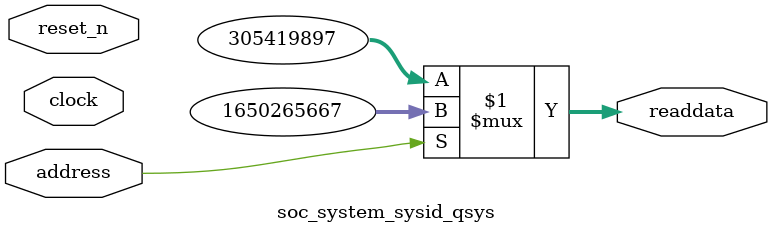
<source format=v>



// synthesis translate_off
`timescale 1ns / 1ps
// synthesis translate_on

// turn off superfluous verilog processor warnings 
// altera message_level Level1 
// altera message_off 10034 10035 10036 10037 10230 10240 10030 

module soc_system_sysid_qsys (
               // inputs:
                address,
                clock,
                reset_n,

               // outputs:
                readdata
             )
;

  output  [ 31: 0] readdata;
  input            address;
  input            clock;
  input            reset_n;

  wire    [ 31: 0] readdata;
  //control_slave, which is an e_avalon_slave
  assign readdata = address ? 1650265667 : 305419897;

endmodule



</source>
